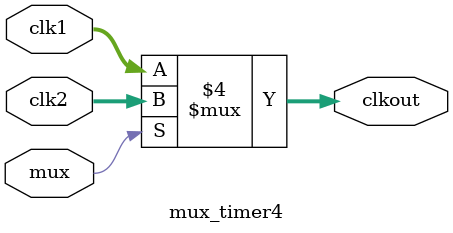
<source format=v>
`timescale 1ns / 1ps


module mux_timer4(
    input mux,
    input [3:0]clk1,
    input [3:0]clk2,
    output reg [3:0] clkout
    );
    always @(mux)
        if(~mux)
            clkout <= clk1;
        else
            clkout <= clk2;
endmodule

</source>
